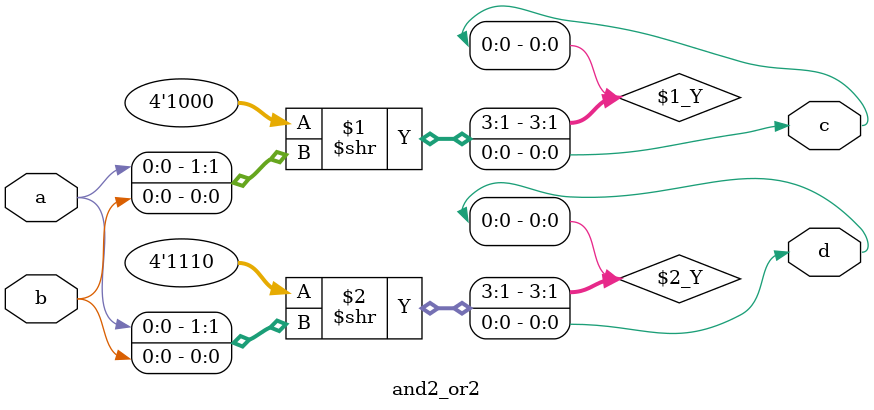
<source format=v>
/* Generated by Yosys 0.9+2406 (git sha1 f44a4f90, gcc 8.4.0 -fPIC -Os) */

module and2_or2(a, b, c, d);
  wire _0_;
  wire _1_;
  wire _2_;
  input a;
  input b;
  output c;
  output d;
  assign c = 4'h8 >> { a, b };
  assign d = 4'he >> { a, b };
  assign _0_ = 1'h0;
  assign _1_ = 1'h1;
  assign _2_ = 1'hx;
endmodule

</source>
